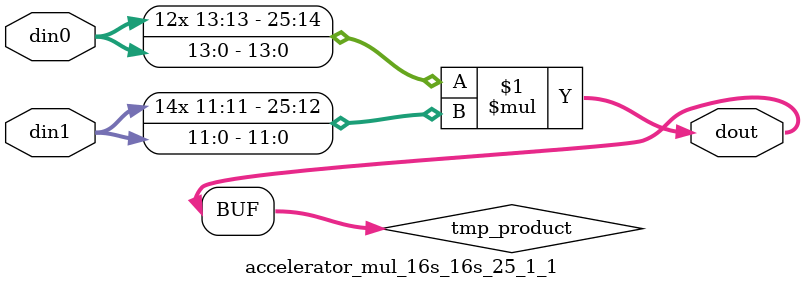
<source format=v>

`timescale 1 ns / 1 ps

 module accelerator_mul_16s_16s_25_1_1(din0, din1, dout);
parameter ID = 1;
parameter NUM_STAGE = 0;
parameter din0_WIDTH = 14;
parameter din1_WIDTH = 12;
parameter dout_WIDTH = 26;

input [din0_WIDTH - 1 : 0] din0; 
input [din1_WIDTH - 1 : 0] din1; 
output [dout_WIDTH - 1 : 0] dout;

wire signed [dout_WIDTH - 1 : 0] tmp_product;



























assign tmp_product = $signed(din0) * $signed(din1);








assign dout = tmp_product;





















endmodule

</source>
